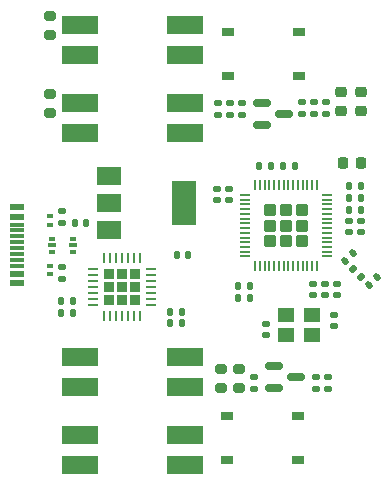
<source format=gtp>
%TF.GenerationSoftware,KiCad,Pcbnew,7.0.7*%
%TF.CreationDate,2024-01-20T15:39:31+01:00*%
%TF.ProjectId,esp-atx-power,6573702d-6174-4782-9d70-6f7765722e6b,1.0.0*%
%TF.SameCoordinates,PX6695f68PY7b6af88*%
%TF.FileFunction,Paste,Top*%
%TF.FilePolarity,Positive*%
%FSLAX46Y46*%
G04 Gerber Fmt 4.6, Leading zero omitted, Abs format (unit mm)*
G04 Created by KiCad (PCBNEW 7.0.7) date 2024-01-20 15:39:31*
%MOMM*%
%LPD*%
G01*
G04 APERTURE LIST*
G04 Aperture macros list*
%AMRoundRect*
0 Rectangle with rounded corners*
0 $1 Rounding radius*
0 $2 $3 $4 $5 $6 $7 $8 $9 X,Y pos of 4 corners*
0 Add a 4 corners polygon primitive as box body*
4,1,4,$2,$3,$4,$5,$6,$7,$8,$9,$2,$3,0*
0 Add four circle primitives for the rounded corners*
1,1,$1+$1,$2,$3*
1,1,$1+$1,$4,$5*
1,1,$1+$1,$6,$7*
1,1,$1+$1,$8,$9*
0 Add four rect primitives between the rounded corners*
20,1,$1+$1,$2,$3,$4,$5,0*
20,1,$1+$1,$4,$5,$6,$7,0*
20,1,$1+$1,$6,$7,$8,$9,0*
20,1,$1+$1,$8,$9,$2,$3,0*%
G04 Aperture macros list end*
%ADD10RoundRect,0.200000X-0.275000X0.200000X-0.275000X-0.200000X0.275000X-0.200000X0.275000X0.200000X0*%
%ADD11RoundRect,0.135000X-0.185000X0.135000X-0.185000X-0.135000X0.185000X-0.135000X0.185000X0.135000X0*%
%ADD12RoundRect,0.225000X-0.225000X-0.225000X0.225000X-0.225000X0.225000X0.225000X-0.225000X0.225000X0*%
%ADD13RoundRect,0.062500X-0.337500X-0.062500X0.337500X-0.062500X0.337500X0.062500X-0.337500X0.062500X0*%
%ADD14RoundRect,0.062500X-0.062500X-0.337500X0.062500X-0.337500X0.062500X0.337500X-0.062500X0.337500X0*%
%ADD15RoundRect,0.140000X0.021213X-0.219203X0.219203X-0.021213X-0.021213X0.219203X-0.219203X0.021213X0*%
%ADD16RoundRect,0.250000X0.285000X0.285000X-0.285000X0.285000X-0.285000X-0.285000X0.285000X-0.285000X0*%
%ADD17RoundRect,0.050000X0.350000X0.050000X-0.350000X0.050000X-0.350000X-0.050000X0.350000X-0.050000X0*%
%ADD18RoundRect,0.050000X0.050000X0.350000X-0.050000X0.350000X-0.050000X-0.350000X0.050000X-0.350000X0*%
%ADD19R,2.000000X1.500000*%
%ADD20R,2.000000X3.800000*%
%ADD21R,1.000000X0.750000*%
%ADD22RoundRect,0.135000X-0.135000X-0.185000X0.135000X-0.185000X0.135000X0.185000X-0.135000X0.185000X0*%
%ADD23RoundRect,0.140000X0.140000X0.170000X-0.140000X0.170000X-0.140000X-0.170000X0.140000X-0.170000X0*%
%ADD24R,0.500000X0.300000*%
%ADD25RoundRect,0.147500X0.172500X-0.147500X0.172500X0.147500X-0.172500X0.147500X-0.172500X-0.147500X0*%
%ADD26RoundRect,0.135000X0.135000X0.185000X-0.135000X0.185000X-0.135000X-0.185000X0.135000X-0.185000X0*%
%ADD27R,3.100000X1.600000*%
%ADD28RoundRect,0.147500X-0.226274X-0.017678X-0.017678X-0.226274X0.226274X0.017678X0.017678X0.226274X0*%
%ADD29RoundRect,0.135000X0.185000X-0.135000X0.185000X0.135000X-0.185000X0.135000X-0.185000X-0.135000X0*%
%ADD30RoundRect,0.218750X-0.256250X0.218750X-0.256250X-0.218750X0.256250X-0.218750X0.256250X0.218750X0*%
%ADD31RoundRect,0.140000X0.170000X-0.140000X0.170000X0.140000X-0.170000X0.140000X-0.170000X-0.140000X0*%
%ADD32R,1.240000X0.600000*%
%ADD33R,1.240000X0.300000*%
%ADD34RoundRect,0.140000X-0.170000X0.140000X-0.170000X-0.140000X0.170000X-0.140000X0.170000X0.140000X0*%
%ADD35RoundRect,0.140000X-0.140000X-0.170000X0.140000X-0.170000X0.140000X0.170000X-0.140000X0.170000X0*%
%ADD36RoundRect,0.150000X-0.587500X-0.150000X0.587500X-0.150000X0.587500X0.150000X-0.587500X0.150000X0*%
%ADD37RoundRect,0.225000X0.225000X0.250000X-0.225000X0.250000X-0.225000X-0.250000X0.225000X-0.250000X0*%
%ADD38R,1.400000X1.200000*%
%ADD39R,0.500000X0.375000*%
%ADD40R,0.650000X0.300000*%
G04 APERTURE END LIST*
D10*
%TO.C,R104*%
X10287000Y34099000D03*
X10287000Y32449000D03*
%TD*%
D11*
%TO.C,R105*%
X24511000Y33278500D03*
X24511000Y32258500D03*
%TD*%
D12*
%TO.C,U104*%
X15223000Y18836500D03*
X15223000Y17716500D03*
X15223000Y16596500D03*
X16343000Y18836500D03*
X16343000Y17716500D03*
X16343000Y16596500D03*
X17463000Y18836500D03*
X17463000Y17716500D03*
X17463000Y16596500D03*
D13*
X13893000Y19216500D03*
X13893000Y18716500D03*
X13893000Y18216500D03*
X13893000Y17716500D03*
X13893000Y17216500D03*
X13893000Y16716500D03*
X13893000Y16216500D03*
D14*
X14843000Y15266500D03*
X15343000Y15266500D03*
X15843000Y15266500D03*
X16343000Y15266500D03*
X16843000Y15266500D03*
X17343000Y15266500D03*
X17843000Y15266500D03*
D13*
X18793000Y16216500D03*
X18793000Y16716500D03*
X18793000Y17216500D03*
X18793000Y17716500D03*
X18793000Y18216500D03*
X18793000Y18716500D03*
X18793000Y19216500D03*
D14*
X17843000Y20166500D03*
X17343000Y20166500D03*
X16843000Y20166500D03*
X16343000Y20166500D03*
X15843000Y20166500D03*
X15343000Y20166500D03*
X14843000Y20166500D03*
%TD*%
D15*
%TO.C,C216*%
X35231589Y19943589D03*
X35910411Y20622411D03*
%TD*%
D16*
%TO.C,U201*%
X31556000Y21590000D03*
X31556000Y22920000D03*
X31556000Y24250000D03*
X30226000Y21590000D03*
X30226000Y22920000D03*
X30226000Y24250000D03*
X28896000Y21590000D03*
X28896000Y22920000D03*
X28896000Y24250000D03*
D17*
X33676000Y20320000D03*
X33676000Y20720000D03*
X33676000Y21120000D03*
X33676000Y21520000D03*
X33676000Y21920000D03*
X33676000Y22320000D03*
X33676000Y22720000D03*
X33676000Y23120000D03*
X33676000Y23520000D03*
X33676000Y23920000D03*
X33676000Y24320000D03*
X33676000Y24720000D03*
X33676000Y25120000D03*
X33676000Y25520000D03*
D18*
X32826000Y26370000D03*
X32426000Y26370000D03*
X32026000Y26370000D03*
X31626000Y26370000D03*
X31226000Y26370000D03*
X30826000Y26370000D03*
X30426000Y26370000D03*
X30026000Y26370000D03*
X29626000Y26370000D03*
X29226000Y26370000D03*
X28826000Y26370000D03*
X28426000Y26370000D03*
X28026000Y26370000D03*
X27626000Y26370000D03*
D17*
X26776000Y25520000D03*
X26776000Y25120000D03*
X26776000Y24720000D03*
X26776000Y24320000D03*
X26776000Y23920000D03*
X26776000Y23520000D03*
X26776000Y23120000D03*
X26776000Y22720000D03*
X26776000Y22320000D03*
X26776000Y21920000D03*
X26776000Y21520000D03*
X26776000Y21120000D03*
X26776000Y20720000D03*
X26776000Y20320000D03*
D18*
X27626000Y19470000D03*
X28026000Y19470000D03*
X28426000Y19470000D03*
X28826000Y19470000D03*
X29226000Y19470000D03*
X29626000Y19470000D03*
X30026000Y19470000D03*
X30426000Y19470000D03*
X30826000Y19470000D03*
X31226000Y19470000D03*
X31626000Y19470000D03*
X32026000Y19470000D03*
X32426000Y19470000D03*
X32826000Y19470000D03*
%TD*%
D19*
%TO.C,U102*%
X15265000Y27128500D03*
X15265000Y24828500D03*
D20*
X21565000Y24828500D03*
D19*
X15265000Y22528500D03*
%TD*%
D21*
%TO.C,SW102*%
X31321000Y35590000D03*
X25321000Y35590000D03*
X31321000Y39340000D03*
X25321000Y39340000D03*
%TD*%
D22*
%TO.C,R113*%
X20445000Y14668500D03*
X21465000Y14668500D03*
%TD*%
D21*
%TO.C,SW101*%
X25273000Y6828000D03*
X31273000Y6828000D03*
X25273000Y3078000D03*
X31273000Y3078000D03*
%TD*%
D23*
%TO.C,C108*%
X12164000Y16510000D03*
X11204000Y16510000D03*
%TD*%
D24*
%TO.C,D101*%
X10287000Y23718000D03*
X10287000Y23018000D03*
%TD*%
D25*
%TO.C,L201*%
X36576000Y22375000D03*
X36576000Y23345000D03*
%TD*%
D26*
%TO.C,R201*%
X27180000Y16764000D03*
X26160000Y16764000D03*
%TD*%
D27*
%TO.C,K104*%
X12827000Y39878000D03*
X12827000Y37338000D03*
X21717000Y37338000D03*
X21717000Y39878000D03*
%TD*%
D10*
%TO.C,R106*%
X10287000Y40703000D03*
X10287000Y39053000D03*
%TD*%
%TO.C,R101*%
X24765000Y10793000D03*
X24765000Y9143000D03*
%TD*%
D23*
%TO.C,C204*%
X36548000Y26289000D03*
X35588000Y26289000D03*
%TD*%
D28*
%TO.C,L202*%
X35928053Y19280947D03*
X36613947Y18595053D03*
%TD*%
D29*
%TO.C,R109*%
X26543000Y32256000D03*
X26543000Y33276000D03*
%TD*%
D30*
%TO.C,D103*%
X34925000Y34214000D03*
X34925000Y32639000D03*
%TD*%
D31*
%TO.C,C215*%
X28531000Y13683000D03*
X28531000Y14643000D03*
%TD*%
D27*
%TO.C,K101*%
X21717000Y2667000D03*
X21717000Y5207000D03*
X12827000Y5207000D03*
X12827000Y2667000D03*
%TD*%
D29*
%TO.C,R111*%
X11303000Y18413000D03*
X11303000Y19433000D03*
%TD*%
D32*
%TO.C,J105*%
X7422000Y24472500D03*
X7422000Y23672500D03*
D33*
X7422000Y22522500D03*
X7422000Y21522500D03*
X7422000Y21022500D03*
X7422000Y20022500D03*
D32*
X7422000Y18872500D03*
X7422000Y18072500D03*
X7422000Y18072500D03*
X7422000Y18872500D03*
D33*
X7422000Y19522500D03*
X7422000Y20522500D03*
X7422000Y22022500D03*
X7422000Y23022500D03*
D32*
X7422000Y23672500D03*
X7422000Y24472500D03*
%TD*%
D23*
%TO.C,C104*%
X21957000Y20447000D03*
X20997000Y20447000D03*
%TD*%
D34*
%TO.C,C214*%
X34331000Y15367000D03*
X34331000Y14407000D03*
%TD*%
D27*
%TO.C,K102*%
X21717000Y9271000D03*
X21717000Y11811000D03*
X12827000Y11811000D03*
X12827000Y9271000D03*
%TD*%
D30*
%TO.C,D104*%
X36576000Y34214000D03*
X36576000Y32639000D03*
%TD*%
D24*
%TO.C,D102*%
X10287000Y18827000D03*
X10287000Y19527000D03*
%TD*%
D34*
%TO.C,C105*%
X33782000Y10097000D03*
X33782000Y9137000D03*
%TD*%
D35*
%TO.C,C206*%
X26190000Y17780000D03*
X27150000Y17780000D03*
%TD*%
D31*
%TO.C,C210*%
X32512000Y17046000D03*
X32512000Y18006000D03*
%TD*%
D36*
%TO.C,Q101*%
X29210000Y11045000D03*
X29210000Y9145000D03*
X31085000Y10095000D03*
%TD*%
D34*
%TO.C,C201*%
X35560000Y23340000D03*
X35560000Y22380000D03*
%TD*%
D11*
%TO.C,R114*%
X33655000Y33403000D03*
X33655000Y32383000D03*
%TD*%
%TO.C,R110*%
X11303000Y24132000D03*
X11303000Y23112000D03*
%TD*%
D35*
%TO.C,C202*%
X35588000Y24257000D03*
X36548000Y24257000D03*
%TD*%
D37*
%TO.C,C205*%
X36589000Y28194000D03*
X35039000Y28194000D03*
%TD*%
D29*
%TO.C,R108*%
X27559000Y9077000D03*
X27559000Y10097000D03*
%TD*%
D35*
%TO.C,C203*%
X35588000Y25273000D03*
X36548000Y25273000D03*
%TD*%
D23*
%TO.C,C103*%
X13307000Y23114000D03*
X12347000Y23114000D03*
%TD*%
D15*
%TO.C,C217*%
X37261589Y17903589D03*
X37940411Y18582411D03*
%TD*%
D31*
%TO.C,C212*%
X25431000Y25075000D03*
X25431000Y26035000D03*
%TD*%
D11*
%TO.C,R103*%
X32766000Y10097000D03*
X32766000Y9077000D03*
%TD*%
D38*
%TO.C,Y201*%
X32469000Y15363000D03*
X30269000Y15363000D03*
X30269000Y13663000D03*
X32469000Y13663000D03*
%TD*%
D23*
%TO.C,C107*%
X12164000Y15494000D03*
X11204000Y15494000D03*
%TD*%
D39*
%TO.C,U103*%
X10453000Y21810000D03*
D40*
X10378000Y21272500D03*
D39*
X10453000Y20735000D03*
X12153000Y20735000D03*
D40*
X12228000Y21272500D03*
D39*
X12153000Y21810000D03*
%TD*%
D35*
%TO.C,C207*%
X30000000Y27940000D03*
X30960000Y27940000D03*
%TD*%
D11*
%TO.C,R115*%
X32639000Y33403000D03*
X32639000Y32383000D03*
%TD*%
%TO.C,R107*%
X25527000Y33276000D03*
X25527000Y32256000D03*
%TD*%
D36*
%TO.C,Q102*%
X28194000Y33335000D03*
X28194000Y31435000D03*
X30069000Y32385000D03*
%TD*%
D23*
%TO.C,C208*%
X28928000Y27940000D03*
X27968000Y27940000D03*
%TD*%
D34*
%TO.C,C213*%
X24384000Y26035000D03*
X24384000Y25075000D03*
%TD*%
D31*
%TO.C,C211*%
X33528000Y17046000D03*
X33528000Y18006000D03*
%TD*%
%TO.C,C209*%
X34544000Y17046000D03*
X34544000Y18006000D03*
%TD*%
D10*
%TO.C,R102*%
X26289000Y10793000D03*
X26289000Y9143000D03*
%TD*%
D22*
%TO.C,R112*%
X20445000Y15621000D03*
X21465000Y15621000D03*
%TD*%
D31*
%TO.C,C106*%
X31623000Y32413000D03*
X31623000Y33373000D03*
%TD*%
D27*
%TO.C,K103*%
X12827000Y33274000D03*
X12827000Y30734000D03*
X21717000Y30734000D03*
X21717000Y33274000D03*
%TD*%
M02*

</source>
